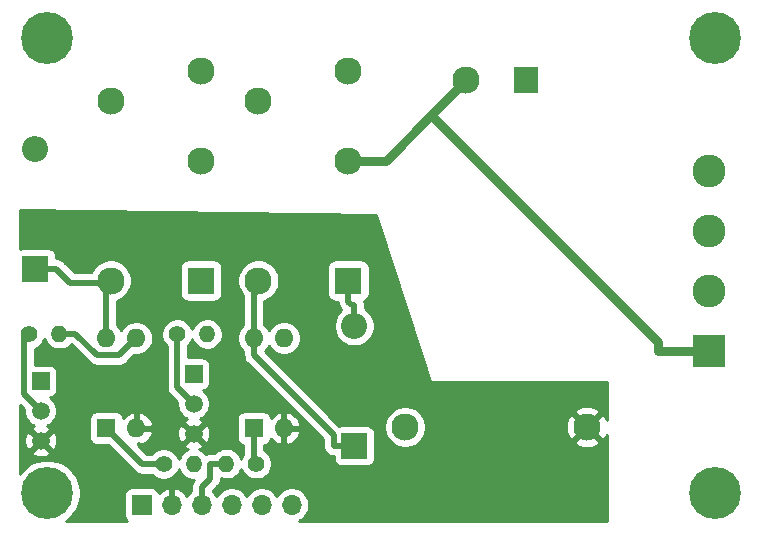
<source format=gbr>
%TF.GenerationSoftware,KiCad,Pcbnew,5.1.9+dfsg1-1*%
%TF.CreationDate,2022-04-02T16:18:38-07:00*%
%TF.ProjectId,Openhasp-Relays,4f70656e-6861-4737-902d-52656c617973,rev?*%
%TF.SameCoordinates,Original*%
%TF.FileFunction,Copper,L2,Bot*%
%TF.FilePolarity,Positive*%
%FSLAX46Y46*%
G04 Gerber Fmt 4.6, Leading zero omitted, Abs format (unit mm)*
G04 Created by KiCad (PCBNEW 5.1.9+dfsg1-1) date 2022-04-02 16:18:38*
%MOMM*%
%LPD*%
G01*
G04 APERTURE LIST*
%TA.AperFunction,ComponentPad*%
%ADD10R,1.500000X1.500000*%
%TD*%
%TA.AperFunction,ComponentPad*%
%ADD11C,1.500000*%
%TD*%
%TA.AperFunction,ComponentPad*%
%ADD12O,1.400000X1.400000*%
%TD*%
%TA.AperFunction,ComponentPad*%
%ADD13C,1.400000*%
%TD*%
%TA.AperFunction,ComponentPad*%
%ADD14O,2.200000X2.200000*%
%TD*%
%TA.AperFunction,ComponentPad*%
%ADD15R,2.200000X2.200000*%
%TD*%
%TA.AperFunction,ComponentPad*%
%ADD16O,1.700000X1.700000*%
%TD*%
%TA.AperFunction,ComponentPad*%
%ADD17R,1.700000X1.700000*%
%TD*%
%TA.AperFunction,ComponentPad*%
%ADD18C,0.700000*%
%TD*%
%TA.AperFunction,ComponentPad*%
%ADD19C,4.400000*%
%TD*%
%TA.AperFunction,ComponentPad*%
%ADD20O,1.600000X1.600000*%
%TD*%
%TA.AperFunction,ComponentPad*%
%ADD21R,1.600000X1.600000*%
%TD*%
%TA.AperFunction,ComponentPad*%
%ADD22C,2.780000*%
%TD*%
%TA.AperFunction,ComponentPad*%
%ADD23R,2.780000X2.780000*%
%TD*%
%TA.AperFunction,ComponentPad*%
%ADD24C,2.300000*%
%TD*%
%TA.AperFunction,ComponentPad*%
%ADD25R,2.000000X2.300000*%
%TD*%
%TA.AperFunction,ComponentPad*%
%ADD26R,2.300000X2.300000*%
%TD*%
%TA.AperFunction,Conductor*%
%ADD27C,0.800000*%
%TD*%
%TA.AperFunction,Conductor*%
%ADD28C,0.508000*%
%TD*%
%TA.AperFunction,Conductor*%
%ADD29C,0.254000*%
%TD*%
%TA.AperFunction,Conductor*%
%ADD30C,0.100000*%
%TD*%
G04 APERTURE END LIST*
D10*
%TO.P,Q2,1*%
%TO.N,Net-(D2-Pad2)*%
X111900000Y-116400000D03*
D11*
%TO.P,Q2,3*%
%TO.N,GND*%
X111900000Y-121480000D03*
%TO.P,Q2,2*%
%TO.N,Net-(Q2-Pad2)*%
X111900000Y-118940000D03*
%TD*%
D10*
%TO.P,Q1,1*%
%TO.N,Net-(D1-Pad2)*%
X98950000Y-117000000D03*
D11*
%TO.P,Q1,3*%
%TO.N,GND*%
X98950000Y-122080000D03*
%TO.P,Q1,2*%
%TO.N,Net-(Q1-Pad2)*%
X98950000Y-119540000D03*
%TD*%
D12*
%TO.P,R4,2*%
%TO.N,Net-(R4-Pad2)*%
X113040000Y-113050000D03*
D13*
%TO.P,R4,1*%
%TO.N,Net-(Q2-Pad2)*%
X110500000Y-113050000D03*
%TD*%
D12*
%TO.P,R3,2*%
%TO.N,Net-(R3-Pad2)*%
X100540000Y-113000000D03*
D13*
%TO.P,R3,1*%
%TO.N,Net-(Q1-Pad2)*%
X98000000Y-113000000D03*
%TD*%
D12*
%TO.P,R2,2*%
%TO.N,Net-(J2-Pad3)*%
X114660000Y-124000000D03*
D13*
%TO.P,R2,1*%
%TO.N,Net-(R2-Pad1)*%
X117200000Y-124000000D03*
%TD*%
D12*
%TO.P,R1,2*%
%TO.N,Net-(J2-Pad4)*%
X111890000Y-124050000D03*
D13*
%TO.P,R1,1*%
%TO.N,Net-(R1-Pad1)*%
X109350000Y-124050000D03*
%TD*%
D14*
%TO.P,D2,2*%
%TO.N,Net-(D2-Pad2)*%
X125500000Y-112340000D03*
D15*
%TO.P,D2,1*%
%TO.N,VPP*%
X125500000Y-122500000D03*
%TD*%
D14*
%TO.P,D1,2*%
%TO.N,Net-(D1-Pad2)*%
X98500000Y-97340000D03*
D15*
%TO.P,D1,1*%
%TO.N,VPP*%
X98500000Y-107500000D03*
%TD*%
D16*
%TO.P,J2,6*%
%TO.N,N/C*%
X120200000Y-127500000D03*
%TO.P,J2,5*%
X117660000Y-127500000D03*
%TO.P,J2,4*%
%TO.N,Net-(J2-Pad4)*%
X115120000Y-127500000D03*
%TO.P,J2,3*%
%TO.N,Net-(J2-Pad3)*%
X112580000Y-127500000D03*
%TO.P,J2,2*%
%TO.N,GND*%
X110040000Y-127500000D03*
D17*
%TO.P,J2,1*%
%TO.N,VPP*%
X107500000Y-127500000D03*
%TD*%
D18*
%TO.P,H4,1*%
%TO.N,N/C*%
X100666726Y-86833274D03*
X99500000Y-86350000D03*
X98333274Y-86833274D03*
X97850000Y-88000000D03*
X98333274Y-89166726D03*
X99500000Y-89650000D03*
X100666726Y-89166726D03*
X101150000Y-88000000D03*
D19*
X99500000Y-88000000D03*
%TD*%
D18*
%TO.P,H3,1*%
%TO.N,N/C*%
X157166726Y-86833274D03*
X156000000Y-86350000D03*
X154833274Y-86833274D03*
X154350000Y-88000000D03*
X154833274Y-89166726D03*
X156000000Y-89650000D03*
X157166726Y-89166726D03*
X157650000Y-88000000D03*
D19*
X156000000Y-88000000D03*
%TD*%
D18*
%TO.P,H2,1*%
%TO.N,N/C*%
X100666726Y-125333274D03*
X99500000Y-124850000D03*
X98333274Y-125333274D03*
X97850000Y-126500000D03*
X98333274Y-127666726D03*
X99500000Y-128150000D03*
X100666726Y-127666726D03*
X101150000Y-126500000D03*
D19*
X99500000Y-126500000D03*
%TD*%
D18*
%TO.P,H1,1*%
%TO.N,N/C*%
X157166726Y-125333274D03*
X156000000Y-124850000D03*
X154833274Y-125333274D03*
X154350000Y-126500000D03*
X154833274Y-127666726D03*
X156000000Y-128150000D03*
X157166726Y-127666726D03*
X157650000Y-126500000D03*
D19*
X156000000Y-126500000D03*
%TD*%
D20*
%TO.P,U2,4*%
%TO.N,VPP*%
X117000000Y-113380000D03*
%TO.P,U2,2*%
%TO.N,GND*%
X119540000Y-121000000D03*
%TO.P,U2,3*%
%TO.N,Net-(R4-Pad2)*%
X119540000Y-113380000D03*
D21*
%TO.P,U2,1*%
%TO.N,Net-(R2-Pad1)*%
X117000000Y-121000000D03*
%TD*%
D20*
%TO.P,U1,4*%
%TO.N,VPP*%
X104500000Y-113380000D03*
%TO.P,U1,2*%
%TO.N,GND*%
X107040000Y-121000000D03*
%TO.P,U1,3*%
%TO.N,Net-(R3-Pad2)*%
X107040000Y-113380000D03*
D21*
%TO.P,U1,1*%
%TO.N,Net-(R1-Pad1)*%
X104500000Y-121000000D03*
%TD*%
D22*
%TO.P,J1,4*%
%TO.N,Net-(J1-Pad4)*%
X155500000Y-99260000D03*
%TO.P,J1,3*%
%TO.N,Net-(J1-Pad3)*%
X155500000Y-104340000D03*
%TO.P,J1,2*%
%TO.N,Net-(J1-Pad2)*%
X155500000Y-109420000D03*
D23*
%TO.P,J1,1*%
%TO.N,Net-(J1-Pad1)*%
X155500000Y-114500000D03*
%TD*%
D24*
%TO.P,PS1,4*%
%TO.N,VPP*%
X129800000Y-120900000D03*
%TO.P,PS1,2*%
%TO.N,Net-(J1-Pad1)*%
X135000000Y-91500000D03*
D25*
%TO.P,PS1,1*%
%TO.N,Net-(J1-Pad4)*%
X140000000Y-91500000D03*
D24*
%TO.P,PS1,3*%
%TO.N,GND*%
X145200000Y-120900000D03*
%TD*%
%TO.P,K2,5*%
%TO.N,VPP*%
X117380000Y-108500000D03*
%TO.P,K2,4*%
%TO.N,N/C*%
X117380000Y-93260000D03*
%TO.P,K2,3*%
%TO.N,Net-(J1-Pad3)*%
X125000000Y-90720000D03*
%TO.P,K2,2*%
%TO.N,Net-(J1-Pad1)*%
X125000000Y-98340000D03*
D26*
%TO.P,K2,1*%
%TO.N,Net-(D2-Pad2)*%
X125000000Y-108500000D03*
%TD*%
D24*
%TO.P,K1,5*%
%TO.N,VPP*%
X104880000Y-108500000D03*
%TO.P,K1,4*%
%TO.N,N/C*%
X104880000Y-93260000D03*
%TO.P,K1,3*%
%TO.N,Net-(J1-Pad2)*%
X112500000Y-90720000D03*
%TO.P,K1,2*%
%TO.N,Net-(J1-Pad1)*%
X112500000Y-98340000D03*
D26*
%TO.P,K1,1*%
%TO.N,Net-(D1-Pad2)*%
X112500000Y-108500000D03*
%TD*%
D27*
%TO.N,Net-(J1-Pad1)*%
X132017700Y-94482300D02*
X128160000Y-98340000D01*
X128160000Y-98340000D02*
X125000000Y-98340000D01*
X135000000Y-91500000D02*
X132017700Y-94482300D01*
X151209700Y-114500000D02*
X151209700Y-113674300D01*
X151209700Y-113674300D02*
X132017700Y-94482300D01*
X155500000Y-114500000D02*
X151209700Y-114500000D01*
D28*
%TO.N,Net-(J2-Pad3)*%
X114660000Y-124000000D02*
X113305700Y-124000000D01*
X112580000Y-127500000D02*
X112580000Y-125995700D01*
X112580000Y-125995700D02*
X113305700Y-125270000D01*
X113305700Y-125270000D02*
X113305700Y-124000000D01*
%TO.N,VPP*%
X125500000Y-122500000D02*
X123745700Y-122500000D01*
X117000000Y-113380000D02*
X117000000Y-114834300D01*
X117000000Y-114834300D02*
X123745700Y-121580000D01*
X123745700Y-121580000D02*
X123745700Y-122500000D01*
X117380000Y-108500000D02*
X117000000Y-108880000D01*
X117000000Y-108880000D02*
X117000000Y-113380000D01*
X104500000Y-108690000D02*
X101444300Y-108690000D01*
X101444300Y-108690000D02*
X100254300Y-107500000D01*
X104880000Y-108500000D02*
X104690000Y-108690000D01*
X104690000Y-108690000D02*
X104500000Y-108690000D01*
X104500000Y-108690000D02*
X104500000Y-113380000D01*
X98500000Y-107500000D02*
X100254300Y-107500000D01*
%TO.N,Net-(R3-Pad2)*%
X100540000Y-113000000D02*
X101894300Y-113000000D01*
X107040000Y-113380000D02*
X105585400Y-114834600D01*
X105585400Y-114834600D02*
X103728900Y-114834600D01*
X103728900Y-114834600D02*
X101894300Y-113000000D01*
%TO.N,Net-(R1-Pad1)*%
X104500000Y-121000000D02*
X107550000Y-124050000D01*
X107550000Y-124050000D02*
X109350000Y-124050000D01*
%TO.N,Net-(R2-Pad1)*%
X117000000Y-121000000D02*
X117000000Y-123800000D01*
X117000000Y-123800000D02*
X117200000Y-124000000D01*
%TO.N,Net-(D2-Pad2)*%
X125500000Y-112340000D02*
X125500000Y-110585700D01*
X125000000Y-108500000D02*
X125000000Y-110304300D01*
X125000000Y-110304300D02*
X125281400Y-110585700D01*
X125281400Y-110585700D02*
X125500000Y-110585700D01*
%TO.N,Net-(Q1-Pad2)*%
X98000000Y-113000000D02*
X97545600Y-113454400D01*
X97545600Y-113454400D02*
X97545600Y-118135600D01*
X97545600Y-118135600D02*
X98950000Y-119540000D01*
%TO.N,Net-(Q2-Pad2)*%
X110500000Y-113050000D02*
X110495600Y-113054400D01*
X110495600Y-113054400D02*
X110495600Y-117535600D01*
X110495600Y-117535600D02*
X111900000Y-118940000D01*
%TD*%
D29*
%TO.N,GND*%
X127307330Y-102975725D02*
X131879222Y-117039264D01*
X131889202Y-117062072D01*
X131903441Y-117082495D01*
X131921390Y-117099747D01*
X131942360Y-117113167D01*
X131965546Y-117122237D01*
X132000000Y-117127000D01*
X146873000Y-117127000D01*
X146873000Y-120275162D01*
X146834594Y-120161600D01*
X146722090Y-119951118D01*
X146442349Y-119837256D01*
X145379605Y-120900000D01*
X146442349Y-121962744D01*
X146722090Y-121848882D01*
X146873000Y-121543735D01*
X146873000Y-128840000D01*
X120845445Y-128840000D01*
X120903411Y-128815990D01*
X121146632Y-128653475D01*
X121353475Y-128446632D01*
X121515990Y-128203411D01*
X121627932Y-127933158D01*
X121685000Y-127646260D01*
X121685000Y-127353740D01*
X121627932Y-127066842D01*
X121515990Y-126796589D01*
X121353475Y-126553368D01*
X121146632Y-126346525D01*
X120903411Y-126184010D01*
X120633158Y-126072068D01*
X120346260Y-126015000D01*
X120053740Y-126015000D01*
X119766842Y-126072068D01*
X119496589Y-126184010D01*
X119253368Y-126346525D01*
X119046525Y-126553368D01*
X118930000Y-126727760D01*
X118813475Y-126553368D01*
X118606632Y-126346525D01*
X118363411Y-126184010D01*
X118093158Y-126072068D01*
X117806260Y-126015000D01*
X117513740Y-126015000D01*
X117226842Y-126072068D01*
X116956589Y-126184010D01*
X116713368Y-126346525D01*
X116506525Y-126553368D01*
X116390000Y-126727760D01*
X116273475Y-126553368D01*
X116066632Y-126346525D01*
X115823411Y-126184010D01*
X115553158Y-126072068D01*
X115266260Y-126015000D01*
X114973740Y-126015000D01*
X114686842Y-126072068D01*
X114416589Y-126184010D01*
X114173368Y-126346525D01*
X113966525Y-126553368D01*
X113850000Y-126727760D01*
X113733475Y-126553368D01*
X113526632Y-126346525D01*
X113502521Y-126330414D01*
X113903442Y-125929493D01*
X113937359Y-125901659D01*
X114048453Y-125766291D01*
X114131003Y-125611851D01*
X114181836Y-125444274D01*
X114194700Y-125313667D01*
X114194700Y-125313660D01*
X114199000Y-125270000D01*
X114197361Y-125253362D01*
X114270595Y-125283696D01*
X114528514Y-125335000D01*
X114791486Y-125335000D01*
X115049405Y-125283696D01*
X115292359Y-125183061D01*
X115511013Y-125036962D01*
X115696962Y-124851013D01*
X115843061Y-124632359D01*
X115930000Y-124422470D01*
X116016939Y-124632359D01*
X116163038Y-124851013D01*
X116348987Y-125036962D01*
X116567641Y-125183061D01*
X116810595Y-125283696D01*
X117068514Y-125335000D01*
X117331486Y-125335000D01*
X117589405Y-125283696D01*
X117832359Y-125183061D01*
X118051013Y-125036962D01*
X118236962Y-124851013D01*
X118383061Y-124632359D01*
X118483696Y-124389405D01*
X118535000Y-124131486D01*
X118535000Y-123868514D01*
X118483696Y-123610595D01*
X118383061Y-123367641D01*
X118236962Y-123148987D01*
X118051013Y-122963038D01*
X117889000Y-122854785D01*
X117889000Y-122429307D01*
X117924482Y-122425812D01*
X118044180Y-122389502D01*
X118154494Y-122330537D01*
X118251185Y-122251185D01*
X118330537Y-122154494D01*
X118389502Y-122044180D01*
X118425812Y-121924482D01*
X118428231Y-121899920D01*
X118576586Y-122063519D01*
X118802580Y-122231037D01*
X119056913Y-122351246D01*
X119190961Y-122391904D01*
X119413000Y-122269915D01*
X119413000Y-121127000D01*
X119667000Y-121127000D01*
X119667000Y-122269915D01*
X119889039Y-122391904D01*
X120023087Y-122351246D01*
X120277420Y-122231037D01*
X120503414Y-122063519D01*
X120692385Y-121855131D01*
X120837070Y-121613881D01*
X120931909Y-121349040D01*
X120810624Y-121127000D01*
X119667000Y-121127000D01*
X119413000Y-121127000D01*
X119393000Y-121127000D01*
X119393000Y-120873000D01*
X119413000Y-120873000D01*
X119413000Y-119730085D01*
X119667000Y-119730085D01*
X119667000Y-120873000D01*
X120810624Y-120873000D01*
X120931909Y-120650960D01*
X120837070Y-120386119D01*
X120692385Y-120144869D01*
X120503414Y-119936481D01*
X120277420Y-119768963D01*
X120023087Y-119648754D01*
X119889039Y-119608096D01*
X119667000Y-119730085D01*
X119413000Y-119730085D01*
X119190961Y-119608096D01*
X119056913Y-119648754D01*
X118802580Y-119768963D01*
X118576586Y-119936481D01*
X118428231Y-120100080D01*
X118425812Y-120075518D01*
X118389502Y-119955820D01*
X118330537Y-119845506D01*
X118251185Y-119748815D01*
X118154494Y-119669463D01*
X118044180Y-119610498D01*
X117924482Y-119574188D01*
X117800000Y-119561928D01*
X116200000Y-119561928D01*
X116075518Y-119574188D01*
X115955820Y-119610498D01*
X115845506Y-119669463D01*
X115748815Y-119748815D01*
X115669463Y-119845506D01*
X115610498Y-119955820D01*
X115574188Y-120075518D01*
X115561928Y-120200000D01*
X115561928Y-121800000D01*
X115574188Y-121924482D01*
X115610498Y-122044180D01*
X115669463Y-122154494D01*
X115748815Y-122251185D01*
X115845506Y-122330537D01*
X115955820Y-122389502D01*
X116075518Y-122425812D01*
X116111001Y-122429307D01*
X116111001Y-123226867D01*
X116016939Y-123367641D01*
X115930000Y-123577530D01*
X115843061Y-123367641D01*
X115696962Y-123148987D01*
X115511013Y-122963038D01*
X115292359Y-122816939D01*
X115049405Y-122716304D01*
X114791486Y-122665000D01*
X114528514Y-122665000D01*
X114270595Y-122716304D01*
X114027641Y-122816939D01*
X113808987Y-122963038D01*
X113661025Y-123111000D01*
X113349367Y-123111000D01*
X113305700Y-123106699D01*
X113262033Y-123111000D01*
X113131426Y-123123864D01*
X112963849Y-123174697D01*
X112923982Y-123196007D01*
X112741013Y-123013038D01*
X112522359Y-122866939D01*
X112342899Y-122792604D01*
X112498832Y-122736277D01*
X112611863Y-122675860D01*
X112677388Y-122436993D01*
X111900000Y-121659605D01*
X111122612Y-122436993D01*
X111188137Y-122675860D01*
X111435116Y-122791760D01*
X111437635Y-122792383D01*
X111257641Y-122866939D01*
X111038987Y-123013038D01*
X110853038Y-123198987D01*
X110706939Y-123417641D01*
X110620000Y-123627530D01*
X110533061Y-123417641D01*
X110386962Y-123198987D01*
X110201013Y-123013038D01*
X109982359Y-122866939D01*
X109739405Y-122766304D01*
X109481486Y-122715000D01*
X109218514Y-122715000D01*
X108960595Y-122766304D01*
X108717641Y-122866939D01*
X108498987Y-123013038D01*
X108351025Y-123161000D01*
X107918235Y-123161000D01*
X107167002Y-122409767D01*
X107167002Y-122269916D01*
X107389039Y-122391904D01*
X107523087Y-122351246D01*
X107777420Y-122231037D01*
X108003414Y-122063519D01*
X108192385Y-121855131D01*
X108337070Y-121613881D01*
X108359053Y-121552492D01*
X110510188Y-121552492D01*
X110551035Y-121822238D01*
X110643723Y-122078832D01*
X110704140Y-122191863D01*
X110943007Y-122257388D01*
X111720395Y-121480000D01*
X112079605Y-121480000D01*
X112856993Y-122257388D01*
X113095860Y-122191863D01*
X113211760Y-121944884D01*
X113277250Y-121680040D01*
X113289812Y-121407508D01*
X113248965Y-121137762D01*
X113156277Y-120881168D01*
X113095860Y-120768137D01*
X112856993Y-120702612D01*
X112079605Y-121480000D01*
X111720395Y-121480000D01*
X110943007Y-120702612D01*
X110704140Y-120768137D01*
X110588240Y-121015116D01*
X110522750Y-121279960D01*
X110510188Y-121552492D01*
X108359053Y-121552492D01*
X108431909Y-121349040D01*
X108310624Y-121127000D01*
X107167000Y-121127000D01*
X107167000Y-121147000D01*
X106913000Y-121147000D01*
X106913000Y-121127000D01*
X106893000Y-121127000D01*
X106893000Y-120873000D01*
X106913000Y-120873000D01*
X106913000Y-119730085D01*
X107167000Y-119730085D01*
X107167000Y-120873000D01*
X108310624Y-120873000D01*
X108431909Y-120650960D01*
X108337070Y-120386119D01*
X108192385Y-120144869D01*
X108003414Y-119936481D01*
X107777420Y-119768963D01*
X107523087Y-119648754D01*
X107389039Y-119608096D01*
X107167000Y-119730085D01*
X106913000Y-119730085D01*
X106690961Y-119608096D01*
X106556913Y-119648754D01*
X106302580Y-119768963D01*
X106076586Y-119936481D01*
X105928231Y-120100080D01*
X105925812Y-120075518D01*
X105889502Y-119955820D01*
X105830537Y-119845506D01*
X105751185Y-119748815D01*
X105654494Y-119669463D01*
X105544180Y-119610498D01*
X105424482Y-119574188D01*
X105300000Y-119561928D01*
X103700000Y-119561928D01*
X103575518Y-119574188D01*
X103455820Y-119610498D01*
X103345506Y-119669463D01*
X103248815Y-119748815D01*
X103169463Y-119845506D01*
X103110498Y-119955820D01*
X103074188Y-120075518D01*
X103061928Y-120200000D01*
X103061928Y-121800000D01*
X103074188Y-121924482D01*
X103110498Y-122044180D01*
X103169463Y-122154494D01*
X103248815Y-122251185D01*
X103345506Y-122330537D01*
X103455820Y-122389502D01*
X103575518Y-122425812D01*
X103700000Y-122438072D01*
X104680837Y-122438072D01*
X106890501Y-124647736D01*
X106918341Y-124681659D01*
X107053709Y-124792753D01*
X107208149Y-124875303D01*
X107253303Y-124889000D01*
X107375724Y-124926136D01*
X107408924Y-124929406D01*
X107506333Y-124939000D01*
X107506339Y-124939000D01*
X107549999Y-124943300D01*
X107593659Y-124939000D01*
X108351025Y-124939000D01*
X108498987Y-125086962D01*
X108717641Y-125233061D01*
X108960595Y-125333696D01*
X109218514Y-125385000D01*
X109481486Y-125385000D01*
X109739405Y-125333696D01*
X109982359Y-125233061D01*
X110201013Y-125086962D01*
X110386962Y-124901013D01*
X110533061Y-124682359D01*
X110620000Y-124472470D01*
X110706939Y-124682359D01*
X110853038Y-124901013D01*
X111038987Y-125086962D01*
X111257641Y-125233061D01*
X111500595Y-125333696D01*
X111758514Y-125385000D01*
X111931141Y-125385000D01*
X111920507Y-125397958D01*
X111920505Y-125397960D01*
X111837248Y-125499409D01*
X111754698Y-125653848D01*
X111703864Y-125821426D01*
X111686700Y-125995700D01*
X111691001Y-126039369D01*
X111691001Y-126308016D01*
X111633368Y-126346525D01*
X111426525Y-126553368D01*
X111304805Y-126735534D01*
X111235178Y-126618645D01*
X111040269Y-126402412D01*
X110806920Y-126228359D01*
X110544099Y-126103175D01*
X110396890Y-126058524D01*
X110167000Y-126179845D01*
X110167000Y-127373000D01*
X110187000Y-127373000D01*
X110187000Y-127627000D01*
X110167000Y-127627000D01*
X110167000Y-127647000D01*
X109913000Y-127647000D01*
X109913000Y-127627000D01*
X109893000Y-127627000D01*
X109893000Y-127373000D01*
X109913000Y-127373000D01*
X109913000Y-126179845D01*
X109683110Y-126058524D01*
X109535901Y-126103175D01*
X109273080Y-126228359D01*
X109039731Y-126402412D01*
X108963966Y-126486466D01*
X108939502Y-126405820D01*
X108880537Y-126295506D01*
X108801185Y-126198815D01*
X108704494Y-126119463D01*
X108594180Y-126060498D01*
X108474482Y-126024188D01*
X108350000Y-126011928D01*
X106650000Y-126011928D01*
X106525518Y-126024188D01*
X106405820Y-126060498D01*
X106295506Y-126119463D01*
X106198815Y-126198815D01*
X106119463Y-126295506D01*
X106060498Y-126405820D01*
X106024188Y-126525518D01*
X106011928Y-126650000D01*
X106011928Y-128350000D01*
X106024188Y-128474482D01*
X106060498Y-128594180D01*
X106119463Y-128704494D01*
X106198815Y-128801185D01*
X106246111Y-128840000D01*
X101100807Y-128840000D01*
X101307207Y-128702088D01*
X101702088Y-128307207D01*
X102012344Y-127842876D01*
X102226052Y-127326939D01*
X102335000Y-126779223D01*
X102335000Y-126220777D01*
X102226052Y-125673061D01*
X102012344Y-125157124D01*
X101702088Y-124692793D01*
X101307207Y-124297912D01*
X100842876Y-123987656D01*
X100326939Y-123773948D01*
X99779223Y-123665000D01*
X99220777Y-123665000D01*
X98673061Y-123773948D01*
X98157124Y-123987656D01*
X97692793Y-124297912D01*
X97297912Y-124692793D01*
X97160000Y-124899193D01*
X97160000Y-123036993D01*
X98172612Y-123036993D01*
X98238137Y-123275860D01*
X98485116Y-123391760D01*
X98749960Y-123457250D01*
X99022492Y-123469812D01*
X99292238Y-123428965D01*
X99548832Y-123336277D01*
X99661863Y-123275860D01*
X99727388Y-123036993D01*
X98950000Y-122259605D01*
X98172612Y-123036993D01*
X97160000Y-123036993D01*
X97160000Y-122152492D01*
X97560188Y-122152492D01*
X97601035Y-122422238D01*
X97693723Y-122678832D01*
X97754140Y-122791863D01*
X97993007Y-122857388D01*
X98770395Y-122080000D01*
X99129605Y-122080000D01*
X99906993Y-122857388D01*
X100145860Y-122791863D01*
X100261760Y-122544884D01*
X100327250Y-122280040D01*
X100339812Y-122007508D01*
X100298965Y-121737762D01*
X100206277Y-121481168D01*
X100145860Y-121368137D01*
X99906993Y-121302612D01*
X99129605Y-122080000D01*
X98770395Y-122080000D01*
X97993007Y-121302612D01*
X97754140Y-121368137D01*
X97638240Y-121615116D01*
X97572750Y-121879960D01*
X97560188Y-122152492D01*
X97160000Y-122152492D01*
X97160000Y-119007235D01*
X97565000Y-119412235D01*
X97565000Y-119676411D01*
X97618225Y-119943989D01*
X97722629Y-120196043D01*
X97874201Y-120422886D01*
X98067114Y-120615799D01*
X98293957Y-120767371D01*
X98393279Y-120808511D01*
X98351168Y-120823723D01*
X98238137Y-120884140D01*
X98172612Y-121123007D01*
X98950000Y-121900395D01*
X99727388Y-121123007D01*
X99661863Y-120884140D01*
X99503523Y-120809836D01*
X99606043Y-120767371D01*
X99832886Y-120615799D01*
X100025799Y-120422886D01*
X100177371Y-120196043D01*
X100281775Y-119943989D01*
X100335000Y-119676411D01*
X100335000Y-119403589D01*
X100281775Y-119136011D01*
X100177371Y-118883957D01*
X100025799Y-118657114D01*
X99832886Y-118464201D01*
X99716517Y-118386445D01*
X99824482Y-118375812D01*
X99944180Y-118339502D01*
X100054494Y-118280537D01*
X100151185Y-118201185D01*
X100230537Y-118104494D01*
X100289502Y-117994180D01*
X100325812Y-117874482D01*
X100338072Y-117750000D01*
X100338072Y-116250000D01*
X100325812Y-116125518D01*
X100289502Y-116005820D01*
X100230537Y-115895506D01*
X100151185Y-115798815D01*
X100054494Y-115719463D01*
X99944180Y-115660498D01*
X99824482Y-115624188D01*
X99700000Y-115611928D01*
X98434600Y-115611928D01*
X98434600Y-114264976D01*
X98632359Y-114183061D01*
X98851013Y-114036962D01*
X99036962Y-113851013D01*
X99183061Y-113632359D01*
X99270000Y-113422470D01*
X99356939Y-113632359D01*
X99503038Y-113851013D01*
X99688987Y-114036962D01*
X99907641Y-114183061D01*
X100150595Y-114283696D01*
X100408514Y-114335000D01*
X100671486Y-114335000D01*
X100929405Y-114283696D01*
X101172359Y-114183061D01*
X101391013Y-114036962D01*
X101532520Y-113895455D01*
X103069406Y-115432342D01*
X103097241Y-115466259D01*
X103232609Y-115577353D01*
X103387049Y-115659903D01*
X103452958Y-115679896D01*
X103554624Y-115710736D01*
X103587824Y-115714006D01*
X103685233Y-115723600D01*
X103685239Y-115723600D01*
X103728899Y-115727900D01*
X103772559Y-115723600D01*
X105541740Y-115723600D01*
X105585400Y-115727900D01*
X105629060Y-115723600D01*
X105629067Y-115723600D01*
X105759674Y-115710736D01*
X105927251Y-115659903D01*
X106081691Y-115577353D01*
X106217059Y-115466259D01*
X106244899Y-115432336D01*
X106868280Y-114808956D01*
X106898665Y-114815000D01*
X107181335Y-114815000D01*
X107458574Y-114759853D01*
X107719727Y-114651680D01*
X107954759Y-114494637D01*
X108154637Y-114294759D01*
X108311680Y-114059727D01*
X108419853Y-113798574D01*
X108475000Y-113521335D01*
X108475000Y-113238665D01*
X108419853Y-112961426D01*
X108402079Y-112918514D01*
X109165000Y-112918514D01*
X109165000Y-113181486D01*
X109216304Y-113439405D01*
X109316939Y-113682359D01*
X109463038Y-113901013D01*
X109606600Y-114044575D01*
X109606601Y-117491930D01*
X109602300Y-117535600D01*
X109619464Y-117709874D01*
X109670298Y-117877452D01*
X109715130Y-117961326D01*
X109752848Y-118031891D01*
X109863942Y-118167259D01*
X109897859Y-118195094D01*
X110515000Y-118812235D01*
X110515000Y-119076411D01*
X110568225Y-119343989D01*
X110672629Y-119596043D01*
X110824201Y-119822886D01*
X111017114Y-120015799D01*
X111243957Y-120167371D01*
X111343279Y-120208511D01*
X111301168Y-120223723D01*
X111188137Y-120284140D01*
X111122612Y-120523007D01*
X111900000Y-121300395D01*
X112677388Y-120523007D01*
X112611863Y-120284140D01*
X112453523Y-120209836D01*
X112556043Y-120167371D01*
X112782886Y-120015799D01*
X112975799Y-119822886D01*
X113127371Y-119596043D01*
X113231775Y-119343989D01*
X113285000Y-119076411D01*
X113285000Y-118803589D01*
X113231775Y-118536011D01*
X113127371Y-118283957D01*
X112975799Y-118057114D01*
X112782886Y-117864201D01*
X112666517Y-117786445D01*
X112774482Y-117775812D01*
X112894180Y-117739502D01*
X113004494Y-117680537D01*
X113101185Y-117601185D01*
X113180537Y-117504494D01*
X113239502Y-117394180D01*
X113275812Y-117274482D01*
X113288072Y-117150000D01*
X113288072Y-115650000D01*
X113275812Y-115525518D01*
X113239502Y-115405820D01*
X113180537Y-115295506D01*
X113101185Y-115198815D01*
X113004494Y-115119463D01*
X112894180Y-115060498D01*
X112774482Y-115024188D01*
X112650000Y-115011928D01*
X111384600Y-115011928D01*
X111384600Y-114053375D01*
X111536962Y-113901013D01*
X111683061Y-113682359D01*
X111770000Y-113472470D01*
X111856939Y-113682359D01*
X112003038Y-113901013D01*
X112188987Y-114086962D01*
X112407641Y-114233061D01*
X112650595Y-114333696D01*
X112908514Y-114385000D01*
X113171486Y-114385000D01*
X113429405Y-114333696D01*
X113672359Y-114233061D01*
X113891013Y-114086962D01*
X114076962Y-113901013D01*
X114223061Y-113682359D01*
X114323696Y-113439405D01*
X114363626Y-113238665D01*
X115565000Y-113238665D01*
X115565000Y-113521335D01*
X115620147Y-113798574D01*
X115728320Y-114059727D01*
X115885363Y-114294759D01*
X116085241Y-114494637D01*
X116111001Y-114511849D01*
X116111001Y-114790631D01*
X116106700Y-114834300D01*
X116123864Y-115008574D01*
X116174698Y-115176152D01*
X116186812Y-115198815D01*
X116257248Y-115330591D01*
X116368342Y-115465959D01*
X116402259Y-115493794D01*
X122856700Y-121948235D01*
X122856701Y-122456323D01*
X122852399Y-122500000D01*
X122869564Y-122674274D01*
X122920397Y-122841851D01*
X123002947Y-122996291D01*
X123114041Y-123131659D01*
X123249409Y-123242753D01*
X123403849Y-123325303D01*
X123571426Y-123376136D01*
X123702033Y-123389000D01*
X123745700Y-123393301D01*
X123761928Y-123391703D01*
X123761928Y-123600000D01*
X123774188Y-123724482D01*
X123810498Y-123844180D01*
X123869463Y-123954494D01*
X123948815Y-124051185D01*
X124045506Y-124130537D01*
X124155820Y-124189502D01*
X124275518Y-124225812D01*
X124400000Y-124238072D01*
X126600000Y-124238072D01*
X126724482Y-124225812D01*
X126844180Y-124189502D01*
X126954494Y-124130537D01*
X127051185Y-124051185D01*
X127130537Y-123954494D01*
X127189502Y-123844180D01*
X127225812Y-123724482D01*
X127238072Y-123600000D01*
X127238072Y-121400000D01*
X127225812Y-121275518D01*
X127189502Y-121155820D01*
X127130537Y-121045506D01*
X127051185Y-120948815D01*
X126954494Y-120869463D01*
X126844180Y-120810498D01*
X126724482Y-120774188D01*
X126600000Y-120761928D01*
X124400000Y-120761928D01*
X124275518Y-120774188D01*
X124215369Y-120792434D01*
X124147128Y-120724193D01*
X128015000Y-120724193D01*
X128015000Y-121075807D01*
X128083596Y-121420665D01*
X128218153Y-121745515D01*
X128413500Y-122037871D01*
X128662129Y-122286500D01*
X128954485Y-122481847D01*
X129279335Y-122616404D01*
X129624193Y-122685000D01*
X129975807Y-122685000D01*
X130320665Y-122616404D01*
X130645515Y-122481847D01*
X130937871Y-122286500D01*
X131082022Y-122142349D01*
X144137256Y-122142349D01*
X144251118Y-122422090D01*
X144566296Y-122577961D01*
X144905826Y-122669349D01*
X145256661Y-122692741D01*
X145605319Y-122647240D01*
X145938400Y-122534594D01*
X146148882Y-122422090D01*
X146262744Y-122142349D01*
X145200000Y-121079605D01*
X144137256Y-122142349D01*
X131082022Y-122142349D01*
X131186500Y-122037871D01*
X131381847Y-121745515D01*
X131516404Y-121420665D01*
X131585000Y-121075807D01*
X131585000Y-120956661D01*
X143407259Y-120956661D01*
X143452760Y-121305319D01*
X143565406Y-121638400D01*
X143677910Y-121848882D01*
X143957651Y-121962744D01*
X145020395Y-120900000D01*
X143957651Y-119837256D01*
X143677910Y-119951118D01*
X143522039Y-120266296D01*
X143430651Y-120605826D01*
X143407259Y-120956661D01*
X131585000Y-120956661D01*
X131585000Y-120724193D01*
X131516404Y-120379335D01*
X131381847Y-120054485D01*
X131186500Y-119762129D01*
X131082022Y-119657651D01*
X144137256Y-119657651D01*
X145200000Y-120720395D01*
X146262744Y-119657651D01*
X146148882Y-119377910D01*
X145833704Y-119222039D01*
X145494174Y-119130651D01*
X145143339Y-119107259D01*
X144794681Y-119152760D01*
X144461600Y-119265406D01*
X144251118Y-119377910D01*
X144137256Y-119657651D01*
X131082022Y-119657651D01*
X130937871Y-119513500D01*
X130645515Y-119318153D01*
X130320665Y-119183596D01*
X129975807Y-119115000D01*
X129624193Y-119115000D01*
X129279335Y-119183596D01*
X128954485Y-119318153D01*
X128662129Y-119513500D01*
X128413500Y-119762129D01*
X128218153Y-120054485D01*
X128083596Y-120379335D01*
X128015000Y-120724193D01*
X124147128Y-120724193D01*
X117916166Y-114493231D01*
X118114637Y-114294759D01*
X118270000Y-114062241D01*
X118425363Y-114294759D01*
X118625241Y-114494637D01*
X118860273Y-114651680D01*
X119121426Y-114759853D01*
X119398665Y-114815000D01*
X119681335Y-114815000D01*
X119958574Y-114759853D01*
X120219727Y-114651680D01*
X120454759Y-114494637D01*
X120654637Y-114294759D01*
X120811680Y-114059727D01*
X120919853Y-113798574D01*
X120975000Y-113521335D01*
X120975000Y-113238665D01*
X120919853Y-112961426D01*
X120811680Y-112700273D01*
X120654637Y-112465241D01*
X120454759Y-112265363D01*
X120219727Y-112108320D01*
X119958574Y-112000147D01*
X119681335Y-111945000D01*
X119398665Y-111945000D01*
X119121426Y-112000147D01*
X118860273Y-112108320D01*
X118625241Y-112265363D01*
X118425363Y-112465241D01*
X118270000Y-112697759D01*
X118114637Y-112465241D01*
X117914759Y-112265363D01*
X117889000Y-112248151D01*
X117889000Y-110218724D01*
X117900665Y-110216404D01*
X118225515Y-110081847D01*
X118517871Y-109886500D01*
X118766500Y-109637871D01*
X118961847Y-109345515D01*
X119096404Y-109020665D01*
X119165000Y-108675807D01*
X119165000Y-108324193D01*
X119096404Y-107979335D01*
X118961847Y-107654485D01*
X118766500Y-107362129D01*
X118754371Y-107350000D01*
X123211928Y-107350000D01*
X123211928Y-109650000D01*
X123224188Y-109774482D01*
X123260498Y-109894180D01*
X123319463Y-110004494D01*
X123398815Y-110101185D01*
X123495506Y-110180537D01*
X123605820Y-110239502D01*
X123725518Y-110275812D01*
X123850000Y-110288072D01*
X124108298Y-110288072D01*
X124106700Y-110304300D01*
X124123864Y-110478574D01*
X124174698Y-110646152D01*
X124235538Y-110759974D01*
X124257248Y-110800591D01*
X124368342Y-110935959D01*
X124402259Y-110963794D01*
X124416062Y-110977597D01*
X124394002Y-110992337D01*
X124152337Y-111234002D01*
X123962463Y-111518169D01*
X123831675Y-111833919D01*
X123765000Y-112169117D01*
X123765000Y-112510883D01*
X123831675Y-112846081D01*
X123962463Y-113161831D01*
X124152337Y-113445998D01*
X124394002Y-113687663D01*
X124678169Y-113877537D01*
X124993919Y-114008325D01*
X125329117Y-114075000D01*
X125670883Y-114075000D01*
X126006081Y-114008325D01*
X126321831Y-113877537D01*
X126605998Y-113687663D01*
X126847663Y-113445998D01*
X127037537Y-113161831D01*
X127168325Y-112846081D01*
X127235000Y-112510883D01*
X127235000Y-112169117D01*
X127168325Y-111833919D01*
X127037537Y-111518169D01*
X126847663Y-111234002D01*
X126605998Y-110992337D01*
X126389000Y-110847344D01*
X126389000Y-110629367D01*
X126393301Y-110585700D01*
X126376136Y-110411426D01*
X126329899Y-110259001D01*
X126394180Y-110239502D01*
X126504494Y-110180537D01*
X126601185Y-110101185D01*
X126680537Y-110004494D01*
X126739502Y-109894180D01*
X126775812Y-109774482D01*
X126788072Y-109650000D01*
X126788072Y-107350000D01*
X126775812Y-107225518D01*
X126739502Y-107105820D01*
X126680537Y-106995506D01*
X126601185Y-106898815D01*
X126504494Y-106819463D01*
X126394180Y-106760498D01*
X126274482Y-106724188D01*
X126150000Y-106711928D01*
X123850000Y-106711928D01*
X123725518Y-106724188D01*
X123605820Y-106760498D01*
X123495506Y-106819463D01*
X123398815Y-106898815D01*
X123319463Y-106995506D01*
X123260498Y-107105820D01*
X123224188Y-107225518D01*
X123211928Y-107350000D01*
X118754371Y-107350000D01*
X118517871Y-107113500D01*
X118225515Y-106918153D01*
X117900665Y-106783596D01*
X117555807Y-106715000D01*
X117204193Y-106715000D01*
X116859335Y-106783596D01*
X116534485Y-106918153D01*
X116242129Y-107113500D01*
X115993500Y-107362129D01*
X115798153Y-107654485D01*
X115663596Y-107979335D01*
X115595000Y-108324193D01*
X115595000Y-108675807D01*
X115663596Y-109020665D01*
X115798153Y-109345515D01*
X115993500Y-109637871D01*
X116111000Y-109755371D01*
X116111001Y-112248151D01*
X116085241Y-112265363D01*
X115885363Y-112465241D01*
X115728320Y-112700273D01*
X115620147Y-112961426D01*
X115565000Y-113238665D01*
X114363626Y-113238665D01*
X114375000Y-113181486D01*
X114375000Y-112918514D01*
X114323696Y-112660595D01*
X114223061Y-112417641D01*
X114076962Y-112198987D01*
X113891013Y-112013038D01*
X113672359Y-111866939D01*
X113429405Y-111766304D01*
X113171486Y-111715000D01*
X112908514Y-111715000D01*
X112650595Y-111766304D01*
X112407641Y-111866939D01*
X112188987Y-112013038D01*
X112003038Y-112198987D01*
X111856939Y-112417641D01*
X111770000Y-112627530D01*
X111683061Y-112417641D01*
X111536962Y-112198987D01*
X111351013Y-112013038D01*
X111132359Y-111866939D01*
X110889405Y-111766304D01*
X110631486Y-111715000D01*
X110368514Y-111715000D01*
X110110595Y-111766304D01*
X109867641Y-111866939D01*
X109648987Y-112013038D01*
X109463038Y-112198987D01*
X109316939Y-112417641D01*
X109216304Y-112660595D01*
X109165000Y-112918514D01*
X108402079Y-112918514D01*
X108311680Y-112700273D01*
X108154637Y-112465241D01*
X107954759Y-112265363D01*
X107719727Y-112108320D01*
X107458574Y-112000147D01*
X107181335Y-111945000D01*
X106898665Y-111945000D01*
X106621426Y-112000147D01*
X106360273Y-112108320D01*
X106125241Y-112265363D01*
X105925363Y-112465241D01*
X105770000Y-112697759D01*
X105614637Y-112465241D01*
X105414759Y-112265363D01*
X105389000Y-112248151D01*
X105389000Y-110218724D01*
X105400665Y-110216404D01*
X105725515Y-110081847D01*
X106017871Y-109886500D01*
X106266500Y-109637871D01*
X106461847Y-109345515D01*
X106596404Y-109020665D01*
X106665000Y-108675807D01*
X106665000Y-108324193D01*
X106596404Y-107979335D01*
X106461847Y-107654485D01*
X106266500Y-107362129D01*
X106254371Y-107350000D01*
X110711928Y-107350000D01*
X110711928Y-109650000D01*
X110724188Y-109774482D01*
X110760498Y-109894180D01*
X110819463Y-110004494D01*
X110898815Y-110101185D01*
X110995506Y-110180537D01*
X111105820Y-110239502D01*
X111225518Y-110275812D01*
X111350000Y-110288072D01*
X113650000Y-110288072D01*
X113774482Y-110275812D01*
X113894180Y-110239502D01*
X114004494Y-110180537D01*
X114101185Y-110101185D01*
X114180537Y-110004494D01*
X114239502Y-109894180D01*
X114275812Y-109774482D01*
X114288072Y-109650000D01*
X114288072Y-107350000D01*
X114275812Y-107225518D01*
X114239502Y-107105820D01*
X114180537Y-106995506D01*
X114101185Y-106898815D01*
X114004494Y-106819463D01*
X113894180Y-106760498D01*
X113774482Y-106724188D01*
X113650000Y-106711928D01*
X111350000Y-106711928D01*
X111225518Y-106724188D01*
X111105820Y-106760498D01*
X110995506Y-106819463D01*
X110898815Y-106898815D01*
X110819463Y-106995506D01*
X110760498Y-107105820D01*
X110724188Y-107225518D01*
X110711928Y-107350000D01*
X106254371Y-107350000D01*
X106017871Y-107113500D01*
X105725515Y-106918153D01*
X105400665Y-106783596D01*
X105055807Y-106715000D01*
X104704193Y-106715000D01*
X104359335Y-106783596D01*
X104034485Y-106918153D01*
X103742129Y-107113500D01*
X103493500Y-107362129D01*
X103298153Y-107654485D01*
X103237465Y-107801000D01*
X101812536Y-107801000D01*
X100913799Y-106902264D01*
X100885959Y-106868341D01*
X100750591Y-106757247D01*
X100596151Y-106674697D01*
X100428574Y-106623864D01*
X100297967Y-106611000D01*
X100297960Y-106611000D01*
X100254300Y-106606700D01*
X100238072Y-106608298D01*
X100238072Y-106400000D01*
X100225812Y-106275518D01*
X100189502Y-106155820D01*
X100130537Y-106045506D01*
X100051185Y-105948815D01*
X99954494Y-105869463D01*
X99844180Y-105810498D01*
X99724482Y-105774188D01*
X99600000Y-105761928D01*
X97400000Y-105761928D01*
X97275518Y-105774188D01*
X97160000Y-105809230D01*
X97160000Y-102557012D01*
X127307330Y-102975725D01*
%TA.AperFunction,Conductor*%
D30*
G36*
X127307330Y-102975725D02*
G01*
X131879222Y-117039264D01*
X131889202Y-117062072D01*
X131903441Y-117082495D01*
X131921390Y-117099747D01*
X131942360Y-117113167D01*
X131965546Y-117122237D01*
X132000000Y-117127000D01*
X146873000Y-117127000D01*
X146873000Y-120275162D01*
X146834594Y-120161600D01*
X146722090Y-119951118D01*
X146442349Y-119837256D01*
X145379605Y-120900000D01*
X146442349Y-121962744D01*
X146722090Y-121848882D01*
X146873000Y-121543735D01*
X146873000Y-128840000D01*
X120845445Y-128840000D01*
X120903411Y-128815990D01*
X121146632Y-128653475D01*
X121353475Y-128446632D01*
X121515990Y-128203411D01*
X121627932Y-127933158D01*
X121685000Y-127646260D01*
X121685000Y-127353740D01*
X121627932Y-127066842D01*
X121515990Y-126796589D01*
X121353475Y-126553368D01*
X121146632Y-126346525D01*
X120903411Y-126184010D01*
X120633158Y-126072068D01*
X120346260Y-126015000D01*
X120053740Y-126015000D01*
X119766842Y-126072068D01*
X119496589Y-126184010D01*
X119253368Y-126346525D01*
X119046525Y-126553368D01*
X118930000Y-126727760D01*
X118813475Y-126553368D01*
X118606632Y-126346525D01*
X118363411Y-126184010D01*
X118093158Y-126072068D01*
X117806260Y-126015000D01*
X117513740Y-126015000D01*
X117226842Y-126072068D01*
X116956589Y-126184010D01*
X116713368Y-126346525D01*
X116506525Y-126553368D01*
X116390000Y-126727760D01*
X116273475Y-126553368D01*
X116066632Y-126346525D01*
X115823411Y-126184010D01*
X115553158Y-126072068D01*
X115266260Y-126015000D01*
X114973740Y-126015000D01*
X114686842Y-126072068D01*
X114416589Y-126184010D01*
X114173368Y-126346525D01*
X113966525Y-126553368D01*
X113850000Y-126727760D01*
X113733475Y-126553368D01*
X113526632Y-126346525D01*
X113502521Y-126330414D01*
X113903442Y-125929493D01*
X113937359Y-125901659D01*
X114048453Y-125766291D01*
X114131003Y-125611851D01*
X114181836Y-125444274D01*
X114194700Y-125313667D01*
X114194700Y-125313660D01*
X114199000Y-125270000D01*
X114197361Y-125253362D01*
X114270595Y-125283696D01*
X114528514Y-125335000D01*
X114791486Y-125335000D01*
X115049405Y-125283696D01*
X115292359Y-125183061D01*
X115511013Y-125036962D01*
X115696962Y-124851013D01*
X115843061Y-124632359D01*
X115930000Y-124422470D01*
X116016939Y-124632359D01*
X116163038Y-124851013D01*
X116348987Y-125036962D01*
X116567641Y-125183061D01*
X116810595Y-125283696D01*
X117068514Y-125335000D01*
X117331486Y-125335000D01*
X117589405Y-125283696D01*
X117832359Y-125183061D01*
X118051013Y-125036962D01*
X118236962Y-124851013D01*
X118383061Y-124632359D01*
X118483696Y-124389405D01*
X118535000Y-124131486D01*
X118535000Y-123868514D01*
X118483696Y-123610595D01*
X118383061Y-123367641D01*
X118236962Y-123148987D01*
X118051013Y-122963038D01*
X117889000Y-122854785D01*
X117889000Y-122429307D01*
X117924482Y-122425812D01*
X118044180Y-122389502D01*
X118154494Y-122330537D01*
X118251185Y-122251185D01*
X118330537Y-122154494D01*
X118389502Y-122044180D01*
X118425812Y-121924482D01*
X118428231Y-121899920D01*
X118576586Y-122063519D01*
X118802580Y-122231037D01*
X119056913Y-122351246D01*
X119190961Y-122391904D01*
X119413000Y-122269915D01*
X119413000Y-121127000D01*
X119667000Y-121127000D01*
X119667000Y-122269915D01*
X119889039Y-122391904D01*
X120023087Y-122351246D01*
X120277420Y-122231037D01*
X120503414Y-122063519D01*
X120692385Y-121855131D01*
X120837070Y-121613881D01*
X120931909Y-121349040D01*
X120810624Y-121127000D01*
X119667000Y-121127000D01*
X119413000Y-121127000D01*
X119393000Y-121127000D01*
X119393000Y-120873000D01*
X119413000Y-120873000D01*
X119413000Y-119730085D01*
X119667000Y-119730085D01*
X119667000Y-120873000D01*
X120810624Y-120873000D01*
X120931909Y-120650960D01*
X120837070Y-120386119D01*
X120692385Y-120144869D01*
X120503414Y-119936481D01*
X120277420Y-119768963D01*
X120023087Y-119648754D01*
X119889039Y-119608096D01*
X119667000Y-119730085D01*
X119413000Y-119730085D01*
X119190961Y-119608096D01*
X119056913Y-119648754D01*
X118802580Y-119768963D01*
X118576586Y-119936481D01*
X118428231Y-120100080D01*
X118425812Y-120075518D01*
X118389502Y-119955820D01*
X118330537Y-119845506D01*
X118251185Y-119748815D01*
X118154494Y-119669463D01*
X118044180Y-119610498D01*
X117924482Y-119574188D01*
X117800000Y-119561928D01*
X116200000Y-119561928D01*
X116075518Y-119574188D01*
X115955820Y-119610498D01*
X115845506Y-119669463D01*
X115748815Y-119748815D01*
X115669463Y-119845506D01*
X115610498Y-119955820D01*
X115574188Y-120075518D01*
X115561928Y-120200000D01*
X115561928Y-121800000D01*
X115574188Y-121924482D01*
X115610498Y-122044180D01*
X115669463Y-122154494D01*
X115748815Y-122251185D01*
X115845506Y-122330537D01*
X115955820Y-122389502D01*
X116075518Y-122425812D01*
X116111001Y-122429307D01*
X116111001Y-123226867D01*
X116016939Y-123367641D01*
X115930000Y-123577530D01*
X115843061Y-123367641D01*
X115696962Y-123148987D01*
X115511013Y-122963038D01*
X115292359Y-122816939D01*
X115049405Y-122716304D01*
X114791486Y-122665000D01*
X114528514Y-122665000D01*
X114270595Y-122716304D01*
X114027641Y-122816939D01*
X113808987Y-122963038D01*
X113661025Y-123111000D01*
X113349367Y-123111000D01*
X113305700Y-123106699D01*
X113262033Y-123111000D01*
X113131426Y-123123864D01*
X112963849Y-123174697D01*
X112923982Y-123196007D01*
X112741013Y-123013038D01*
X112522359Y-122866939D01*
X112342899Y-122792604D01*
X112498832Y-122736277D01*
X112611863Y-122675860D01*
X112677388Y-122436993D01*
X111900000Y-121659605D01*
X111122612Y-122436993D01*
X111188137Y-122675860D01*
X111435116Y-122791760D01*
X111437635Y-122792383D01*
X111257641Y-122866939D01*
X111038987Y-123013038D01*
X110853038Y-123198987D01*
X110706939Y-123417641D01*
X110620000Y-123627530D01*
X110533061Y-123417641D01*
X110386962Y-123198987D01*
X110201013Y-123013038D01*
X109982359Y-122866939D01*
X109739405Y-122766304D01*
X109481486Y-122715000D01*
X109218514Y-122715000D01*
X108960595Y-122766304D01*
X108717641Y-122866939D01*
X108498987Y-123013038D01*
X108351025Y-123161000D01*
X107918235Y-123161000D01*
X107167002Y-122409767D01*
X107167002Y-122269916D01*
X107389039Y-122391904D01*
X107523087Y-122351246D01*
X107777420Y-122231037D01*
X108003414Y-122063519D01*
X108192385Y-121855131D01*
X108337070Y-121613881D01*
X108359053Y-121552492D01*
X110510188Y-121552492D01*
X110551035Y-121822238D01*
X110643723Y-122078832D01*
X110704140Y-122191863D01*
X110943007Y-122257388D01*
X111720395Y-121480000D01*
X112079605Y-121480000D01*
X112856993Y-122257388D01*
X113095860Y-122191863D01*
X113211760Y-121944884D01*
X113277250Y-121680040D01*
X113289812Y-121407508D01*
X113248965Y-121137762D01*
X113156277Y-120881168D01*
X113095860Y-120768137D01*
X112856993Y-120702612D01*
X112079605Y-121480000D01*
X111720395Y-121480000D01*
X110943007Y-120702612D01*
X110704140Y-120768137D01*
X110588240Y-121015116D01*
X110522750Y-121279960D01*
X110510188Y-121552492D01*
X108359053Y-121552492D01*
X108431909Y-121349040D01*
X108310624Y-121127000D01*
X107167000Y-121127000D01*
X107167000Y-121147000D01*
X106913000Y-121147000D01*
X106913000Y-121127000D01*
X106893000Y-121127000D01*
X106893000Y-120873000D01*
X106913000Y-120873000D01*
X106913000Y-119730085D01*
X107167000Y-119730085D01*
X107167000Y-120873000D01*
X108310624Y-120873000D01*
X108431909Y-120650960D01*
X108337070Y-120386119D01*
X108192385Y-120144869D01*
X108003414Y-119936481D01*
X107777420Y-119768963D01*
X107523087Y-119648754D01*
X107389039Y-119608096D01*
X107167000Y-119730085D01*
X106913000Y-119730085D01*
X106690961Y-119608096D01*
X106556913Y-119648754D01*
X106302580Y-119768963D01*
X106076586Y-119936481D01*
X105928231Y-120100080D01*
X105925812Y-120075518D01*
X105889502Y-119955820D01*
X105830537Y-119845506D01*
X105751185Y-119748815D01*
X105654494Y-119669463D01*
X105544180Y-119610498D01*
X105424482Y-119574188D01*
X105300000Y-119561928D01*
X103700000Y-119561928D01*
X103575518Y-119574188D01*
X103455820Y-119610498D01*
X103345506Y-119669463D01*
X103248815Y-119748815D01*
X103169463Y-119845506D01*
X103110498Y-119955820D01*
X103074188Y-120075518D01*
X103061928Y-120200000D01*
X103061928Y-121800000D01*
X103074188Y-121924482D01*
X103110498Y-122044180D01*
X103169463Y-122154494D01*
X103248815Y-122251185D01*
X103345506Y-122330537D01*
X103455820Y-122389502D01*
X103575518Y-122425812D01*
X103700000Y-122438072D01*
X104680837Y-122438072D01*
X106890501Y-124647736D01*
X106918341Y-124681659D01*
X107053709Y-124792753D01*
X107208149Y-124875303D01*
X107253303Y-124889000D01*
X107375724Y-124926136D01*
X107408924Y-124929406D01*
X107506333Y-124939000D01*
X107506339Y-124939000D01*
X107549999Y-124943300D01*
X107593659Y-124939000D01*
X108351025Y-124939000D01*
X108498987Y-125086962D01*
X108717641Y-125233061D01*
X108960595Y-125333696D01*
X109218514Y-125385000D01*
X109481486Y-125385000D01*
X109739405Y-125333696D01*
X109982359Y-125233061D01*
X110201013Y-125086962D01*
X110386962Y-124901013D01*
X110533061Y-124682359D01*
X110620000Y-124472470D01*
X110706939Y-124682359D01*
X110853038Y-124901013D01*
X111038987Y-125086962D01*
X111257641Y-125233061D01*
X111500595Y-125333696D01*
X111758514Y-125385000D01*
X111931141Y-125385000D01*
X111920507Y-125397958D01*
X111920505Y-125397960D01*
X111837248Y-125499409D01*
X111754698Y-125653848D01*
X111703864Y-125821426D01*
X111686700Y-125995700D01*
X111691001Y-126039369D01*
X111691001Y-126308016D01*
X111633368Y-126346525D01*
X111426525Y-126553368D01*
X111304805Y-126735534D01*
X111235178Y-126618645D01*
X111040269Y-126402412D01*
X110806920Y-126228359D01*
X110544099Y-126103175D01*
X110396890Y-126058524D01*
X110167000Y-126179845D01*
X110167000Y-127373000D01*
X110187000Y-127373000D01*
X110187000Y-127627000D01*
X110167000Y-127627000D01*
X110167000Y-127647000D01*
X109913000Y-127647000D01*
X109913000Y-127627000D01*
X109893000Y-127627000D01*
X109893000Y-127373000D01*
X109913000Y-127373000D01*
X109913000Y-126179845D01*
X109683110Y-126058524D01*
X109535901Y-126103175D01*
X109273080Y-126228359D01*
X109039731Y-126402412D01*
X108963966Y-126486466D01*
X108939502Y-126405820D01*
X108880537Y-126295506D01*
X108801185Y-126198815D01*
X108704494Y-126119463D01*
X108594180Y-126060498D01*
X108474482Y-126024188D01*
X108350000Y-126011928D01*
X106650000Y-126011928D01*
X106525518Y-126024188D01*
X106405820Y-126060498D01*
X106295506Y-126119463D01*
X106198815Y-126198815D01*
X106119463Y-126295506D01*
X106060498Y-126405820D01*
X106024188Y-126525518D01*
X106011928Y-126650000D01*
X106011928Y-128350000D01*
X106024188Y-128474482D01*
X106060498Y-128594180D01*
X106119463Y-128704494D01*
X106198815Y-128801185D01*
X106246111Y-128840000D01*
X101100807Y-128840000D01*
X101307207Y-128702088D01*
X101702088Y-128307207D01*
X102012344Y-127842876D01*
X102226052Y-127326939D01*
X102335000Y-126779223D01*
X102335000Y-126220777D01*
X102226052Y-125673061D01*
X102012344Y-125157124D01*
X101702088Y-124692793D01*
X101307207Y-124297912D01*
X100842876Y-123987656D01*
X100326939Y-123773948D01*
X99779223Y-123665000D01*
X99220777Y-123665000D01*
X98673061Y-123773948D01*
X98157124Y-123987656D01*
X97692793Y-124297912D01*
X97297912Y-124692793D01*
X97160000Y-124899193D01*
X97160000Y-123036993D01*
X98172612Y-123036993D01*
X98238137Y-123275860D01*
X98485116Y-123391760D01*
X98749960Y-123457250D01*
X99022492Y-123469812D01*
X99292238Y-123428965D01*
X99548832Y-123336277D01*
X99661863Y-123275860D01*
X99727388Y-123036993D01*
X98950000Y-122259605D01*
X98172612Y-123036993D01*
X97160000Y-123036993D01*
X97160000Y-122152492D01*
X97560188Y-122152492D01*
X97601035Y-122422238D01*
X97693723Y-122678832D01*
X97754140Y-122791863D01*
X97993007Y-122857388D01*
X98770395Y-122080000D01*
X99129605Y-122080000D01*
X99906993Y-122857388D01*
X100145860Y-122791863D01*
X100261760Y-122544884D01*
X100327250Y-122280040D01*
X100339812Y-122007508D01*
X100298965Y-121737762D01*
X100206277Y-121481168D01*
X100145860Y-121368137D01*
X99906993Y-121302612D01*
X99129605Y-122080000D01*
X98770395Y-122080000D01*
X97993007Y-121302612D01*
X97754140Y-121368137D01*
X97638240Y-121615116D01*
X97572750Y-121879960D01*
X97560188Y-122152492D01*
X97160000Y-122152492D01*
X97160000Y-119007235D01*
X97565000Y-119412235D01*
X97565000Y-119676411D01*
X97618225Y-119943989D01*
X97722629Y-120196043D01*
X97874201Y-120422886D01*
X98067114Y-120615799D01*
X98293957Y-120767371D01*
X98393279Y-120808511D01*
X98351168Y-120823723D01*
X98238137Y-120884140D01*
X98172612Y-121123007D01*
X98950000Y-121900395D01*
X99727388Y-121123007D01*
X99661863Y-120884140D01*
X99503523Y-120809836D01*
X99606043Y-120767371D01*
X99832886Y-120615799D01*
X100025799Y-120422886D01*
X100177371Y-120196043D01*
X100281775Y-119943989D01*
X100335000Y-119676411D01*
X100335000Y-119403589D01*
X100281775Y-119136011D01*
X100177371Y-118883957D01*
X100025799Y-118657114D01*
X99832886Y-118464201D01*
X99716517Y-118386445D01*
X99824482Y-118375812D01*
X99944180Y-118339502D01*
X100054494Y-118280537D01*
X100151185Y-118201185D01*
X100230537Y-118104494D01*
X100289502Y-117994180D01*
X100325812Y-117874482D01*
X100338072Y-117750000D01*
X100338072Y-116250000D01*
X100325812Y-116125518D01*
X100289502Y-116005820D01*
X100230537Y-115895506D01*
X100151185Y-115798815D01*
X100054494Y-115719463D01*
X99944180Y-115660498D01*
X99824482Y-115624188D01*
X99700000Y-115611928D01*
X98434600Y-115611928D01*
X98434600Y-114264976D01*
X98632359Y-114183061D01*
X98851013Y-114036962D01*
X99036962Y-113851013D01*
X99183061Y-113632359D01*
X99270000Y-113422470D01*
X99356939Y-113632359D01*
X99503038Y-113851013D01*
X99688987Y-114036962D01*
X99907641Y-114183061D01*
X100150595Y-114283696D01*
X100408514Y-114335000D01*
X100671486Y-114335000D01*
X100929405Y-114283696D01*
X101172359Y-114183061D01*
X101391013Y-114036962D01*
X101532520Y-113895455D01*
X103069406Y-115432342D01*
X103097241Y-115466259D01*
X103232609Y-115577353D01*
X103387049Y-115659903D01*
X103452958Y-115679896D01*
X103554624Y-115710736D01*
X103587824Y-115714006D01*
X103685233Y-115723600D01*
X103685239Y-115723600D01*
X103728899Y-115727900D01*
X103772559Y-115723600D01*
X105541740Y-115723600D01*
X105585400Y-115727900D01*
X105629060Y-115723600D01*
X105629067Y-115723600D01*
X105759674Y-115710736D01*
X105927251Y-115659903D01*
X106081691Y-115577353D01*
X106217059Y-115466259D01*
X106244899Y-115432336D01*
X106868280Y-114808956D01*
X106898665Y-114815000D01*
X107181335Y-114815000D01*
X107458574Y-114759853D01*
X107719727Y-114651680D01*
X107954759Y-114494637D01*
X108154637Y-114294759D01*
X108311680Y-114059727D01*
X108419853Y-113798574D01*
X108475000Y-113521335D01*
X108475000Y-113238665D01*
X108419853Y-112961426D01*
X108402079Y-112918514D01*
X109165000Y-112918514D01*
X109165000Y-113181486D01*
X109216304Y-113439405D01*
X109316939Y-113682359D01*
X109463038Y-113901013D01*
X109606600Y-114044575D01*
X109606601Y-117491930D01*
X109602300Y-117535600D01*
X109619464Y-117709874D01*
X109670298Y-117877452D01*
X109715130Y-117961326D01*
X109752848Y-118031891D01*
X109863942Y-118167259D01*
X109897859Y-118195094D01*
X110515000Y-118812235D01*
X110515000Y-119076411D01*
X110568225Y-119343989D01*
X110672629Y-119596043D01*
X110824201Y-119822886D01*
X111017114Y-120015799D01*
X111243957Y-120167371D01*
X111343279Y-120208511D01*
X111301168Y-120223723D01*
X111188137Y-120284140D01*
X111122612Y-120523007D01*
X111900000Y-121300395D01*
X112677388Y-120523007D01*
X112611863Y-120284140D01*
X112453523Y-120209836D01*
X112556043Y-120167371D01*
X112782886Y-120015799D01*
X112975799Y-119822886D01*
X113127371Y-119596043D01*
X113231775Y-119343989D01*
X113285000Y-119076411D01*
X113285000Y-118803589D01*
X113231775Y-118536011D01*
X113127371Y-118283957D01*
X112975799Y-118057114D01*
X112782886Y-117864201D01*
X112666517Y-117786445D01*
X112774482Y-117775812D01*
X112894180Y-117739502D01*
X113004494Y-117680537D01*
X113101185Y-117601185D01*
X113180537Y-117504494D01*
X113239502Y-117394180D01*
X113275812Y-117274482D01*
X113288072Y-117150000D01*
X113288072Y-115650000D01*
X113275812Y-115525518D01*
X113239502Y-115405820D01*
X113180537Y-115295506D01*
X113101185Y-115198815D01*
X113004494Y-115119463D01*
X112894180Y-115060498D01*
X112774482Y-115024188D01*
X112650000Y-115011928D01*
X111384600Y-115011928D01*
X111384600Y-114053375D01*
X111536962Y-113901013D01*
X111683061Y-113682359D01*
X111770000Y-113472470D01*
X111856939Y-113682359D01*
X112003038Y-113901013D01*
X112188987Y-114086962D01*
X112407641Y-114233061D01*
X112650595Y-114333696D01*
X112908514Y-114385000D01*
X113171486Y-114385000D01*
X113429405Y-114333696D01*
X113672359Y-114233061D01*
X113891013Y-114086962D01*
X114076962Y-113901013D01*
X114223061Y-113682359D01*
X114323696Y-113439405D01*
X114363626Y-113238665D01*
X115565000Y-113238665D01*
X115565000Y-113521335D01*
X115620147Y-113798574D01*
X115728320Y-114059727D01*
X115885363Y-114294759D01*
X116085241Y-114494637D01*
X116111001Y-114511849D01*
X116111001Y-114790631D01*
X116106700Y-114834300D01*
X116123864Y-115008574D01*
X116174698Y-115176152D01*
X116186812Y-115198815D01*
X116257248Y-115330591D01*
X116368342Y-115465959D01*
X116402259Y-115493794D01*
X122856700Y-121948235D01*
X122856701Y-122456323D01*
X122852399Y-122500000D01*
X122869564Y-122674274D01*
X122920397Y-122841851D01*
X123002947Y-122996291D01*
X123114041Y-123131659D01*
X123249409Y-123242753D01*
X123403849Y-123325303D01*
X123571426Y-123376136D01*
X123702033Y-123389000D01*
X123745700Y-123393301D01*
X123761928Y-123391703D01*
X123761928Y-123600000D01*
X123774188Y-123724482D01*
X123810498Y-123844180D01*
X123869463Y-123954494D01*
X123948815Y-124051185D01*
X124045506Y-124130537D01*
X124155820Y-124189502D01*
X124275518Y-124225812D01*
X124400000Y-124238072D01*
X126600000Y-124238072D01*
X126724482Y-124225812D01*
X126844180Y-124189502D01*
X126954494Y-124130537D01*
X127051185Y-124051185D01*
X127130537Y-123954494D01*
X127189502Y-123844180D01*
X127225812Y-123724482D01*
X127238072Y-123600000D01*
X127238072Y-121400000D01*
X127225812Y-121275518D01*
X127189502Y-121155820D01*
X127130537Y-121045506D01*
X127051185Y-120948815D01*
X126954494Y-120869463D01*
X126844180Y-120810498D01*
X126724482Y-120774188D01*
X126600000Y-120761928D01*
X124400000Y-120761928D01*
X124275518Y-120774188D01*
X124215369Y-120792434D01*
X124147128Y-120724193D01*
X128015000Y-120724193D01*
X128015000Y-121075807D01*
X128083596Y-121420665D01*
X128218153Y-121745515D01*
X128413500Y-122037871D01*
X128662129Y-122286500D01*
X128954485Y-122481847D01*
X129279335Y-122616404D01*
X129624193Y-122685000D01*
X129975807Y-122685000D01*
X130320665Y-122616404D01*
X130645515Y-122481847D01*
X130937871Y-122286500D01*
X131082022Y-122142349D01*
X144137256Y-122142349D01*
X144251118Y-122422090D01*
X144566296Y-122577961D01*
X144905826Y-122669349D01*
X145256661Y-122692741D01*
X145605319Y-122647240D01*
X145938400Y-122534594D01*
X146148882Y-122422090D01*
X146262744Y-122142349D01*
X145200000Y-121079605D01*
X144137256Y-122142349D01*
X131082022Y-122142349D01*
X131186500Y-122037871D01*
X131381847Y-121745515D01*
X131516404Y-121420665D01*
X131585000Y-121075807D01*
X131585000Y-120956661D01*
X143407259Y-120956661D01*
X143452760Y-121305319D01*
X143565406Y-121638400D01*
X143677910Y-121848882D01*
X143957651Y-121962744D01*
X145020395Y-120900000D01*
X143957651Y-119837256D01*
X143677910Y-119951118D01*
X143522039Y-120266296D01*
X143430651Y-120605826D01*
X143407259Y-120956661D01*
X131585000Y-120956661D01*
X131585000Y-120724193D01*
X131516404Y-120379335D01*
X131381847Y-120054485D01*
X131186500Y-119762129D01*
X131082022Y-119657651D01*
X144137256Y-119657651D01*
X145200000Y-120720395D01*
X146262744Y-119657651D01*
X146148882Y-119377910D01*
X145833704Y-119222039D01*
X145494174Y-119130651D01*
X145143339Y-119107259D01*
X144794681Y-119152760D01*
X144461600Y-119265406D01*
X144251118Y-119377910D01*
X144137256Y-119657651D01*
X131082022Y-119657651D01*
X130937871Y-119513500D01*
X130645515Y-119318153D01*
X130320665Y-119183596D01*
X129975807Y-119115000D01*
X129624193Y-119115000D01*
X129279335Y-119183596D01*
X128954485Y-119318153D01*
X128662129Y-119513500D01*
X128413500Y-119762129D01*
X128218153Y-120054485D01*
X128083596Y-120379335D01*
X128015000Y-120724193D01*
X124147128Y-120724193D01*
X117916166Y-114493231D01*
X118114637Y-114294759D01*
X118270000Y-114062241D01*
X118425363Y-114294759D01*
X118625241Y-114494637D01*
X118860273Y-114651680D01*
X119121426Y-114759853D01*
X119398665Y-114815000D01*
X119681335Y-114815000D01*
X119958574Y-114759853D01*
X120219727Y-114651680D01*
X120454759Y-114494637D01*
X120654637Y-114294759D01*
X120811680Y-114059727D01*
X120919853Y-113798574D01*
X120975000Y-113521335D01*
X120975000Y-113238665D01*
X120919853Y-112961426D01*
X120811680Y-112700273D01*
X120654637Y-112465241D01*
X120454759Y-112265363D01*
X120219727Y-112108320D01*
X119958574Y-112000147D01*
X119681335Y-111945000D01*
X119398665Y-111945000D01*
X119121426Y-112000147D01*
X118860273Y-112108320D01*
X118625241Y-112265363D01*
X118425363Y-112465241D01*
X118270000Y-112697759D01*
X118114637Y-112465241D01*
X117914759Y-112265363D01*
X117889000Y-112248151D01*
X117889000Y-110218724D01*
X117900665Y-110216404D01*
X118225515Y-110081847D01*
X118517871Y-109886500D01*
X118766500Y-109637871D01*
X118961847Y-109345515D01*
X119096404Y-109020665D01*
X119165000Y-108675807D01*
X119165000Y-108324193D01*
X119096404Y-107979335D01*
X118961847Y-107654485D01*
X118766500Y-107362129D01*
X118754371Y-107350000D01*
X123211928Y-107350000D01*
X123211928Y-109650000D01*
X123224188Y-109774482D01*
X123260498Y-109894180D01*
X123319463Y-110004494D01*
X123398815Y-110101185D01*
X123495506Y-110180537D01*
X123605820Y-110239502D01*
X123725518Y-110275812D01*
X123850000Y-110288072D01*
X124108298Y-110288072D01*
X124106700Y-110304300D01*
X124123864Y-110478574D01*
X124174698Y-110646152D01*
X124235538Y-110759974D01*
X124257248Y-110800591D01*
X124368342Y-110935959D01*
X124402259Y-110963794D01*
X124416062Y-110977597D01*
X124394002Y-110992337D01*
X124152337Y-111234002D01*
X123962463Y-111518169D01*
X123831675Y-111833919D01*
X123765000Y-112169117D01*
X123765000Y-112510883D01*
X123831675Y-112846081D01*
X123962463Y-113161831D01*
X124152337Y-113445998D01*
X124394002Y-113687663D01*
X124678169Y-113877537D01*
X124993919Y-114008325D01*
X125329117Y-114075000D01*
X125670883Y-114075000D01*
X126006081Y-114008325D01*
X126321831Y-113877537D01*
X126605998Y-113687663D01*
X126847663Y-113445998D01*
X127037537Y-113161831D01*
X127168325Y-112846081D01*
X127235000Y-112510883D01*
X127235000Y-112169117D01*
X127168325Y-111833919D01*
X127037537Y-111518169D01*
X126847663Y-111234002D01*
X126605998Y-110992337D01*
X126389000Y-110847344D01*
X126389000Y-110629367D01*
X126393301Y-110585700D01*
X126376136Y-110411426D01*
X126329899Y-110259001D01*
X126394180Y-110239502D01*
X126504494Y-110180537D01*
X126601185Y-110101185D01*
X126680537Y-110004494D01*
X126739502Y-109894180D01*
X126775812Y-109774482D01*
X126788072Y-109650000D01*
X126788072Y-107350000D01*
X126775812Y-107225518D01*
X126739502Y-107105820D01*
X126680537Y-106995506D01*
X126601185Y-106898815D01*
X126504494Y-106819463D01*
X126394180Y-106760498D01*
X126274482Y-106724188D01*
X126150000Y-106711928D01*
X123850000Y-106711928D01*
X123725518Y-106724188D01*
X123605820Y-106760498D01*
X123495506Y-106819463D01*
X123398815Y-106898815D01*
X123319463Y-106995506D01*
X123260498Y-107105820D01*
X123224188Y-107225518D01*
X123211928Y-107350000D01*
X118754371Y-107350000D01*
X118517871Y-107113500D01*
X118225515Y-106918153D01*
X117900665Y-106783596D01*
X117555807Y-106715000D01*
X117204193Y-106715000D01*
X116859335Y-106783596D01*
X116534485Y-106918153D01*
X116242129Y-107113500D01*
X115993500Y-107362129D01*
X115798153Y-107654485D01*
X115663596Y-107979335D01*
X115595000Y-108324193D01*
X115595000Y-108675807D01*
X115663596Y-109020665D01*
X115798153Y-109345515D01*
X115993500Y-109637871D01*
X116111000Y-109755371D01*
X116111001Y-112248151D01*
X116085241Y-112265363D01*
X115885363Y-112465241D01*
X115728320Y-112700273D01*
X115620147Y-112961426D01*
X115565000Y-113238665D01*
X114363626Y-113238665D01*
X114375000Y-113181486D01*
X114375000Y-112918514D01*
X114323696Y-112660595D01*
X114223061Y-112417641D01*
X114076962Y-112198987D01*
X113891013Y-112013038D01*
X113672359Y-111866939D01*
X113429405Y-111766304D01*
X113171486Y-111715000D01*
X112908514Y-111715000D01*
X112650595Y-111766304D01*
X112407641Y-111866939D01*
X112188987Y-112013038D01*
X112003038Y-112198987D01*
X111856939Y-112417641D01*
X111770000Y-112627530D01*
X111683061Y-112417641D01*
X111536962Y-112198987D01*
X111351013Y-112013038D01*
X111132359Y-111866939D01*
X110889405Y-111766304D01*
X110631486Y-111715000D01*
X110368514Y-111715000D01*
X110110595Y-111766304D01*
X109867641Y-111866939D01*
X109648987Y-112013038D01*
X109463038Y-112198987D01*
X109316939Y-112417641D01*
X109216304Y-112660595D01*
X109165000Y-112918514D01*
X108402079Y-112918514D01*
X108311680Y-112700273D01*
X108154637Y-112465241D01*
X107954759Y-112265363D01*
X107719727Y-112108320D01*
X107458574Y-112000147D01*
X107181335Y-111945000D01*
X106898665Y-111945000D01*
X106621426Y-112000147D01*
X106360273Y-112108320D01*
X106125241Y-112265363D01*
X105925363Y-112465241D01*
X105770000Y-112697759D01*
X105614637Y-112465241D01*
X105414759Y-112265363D01*
X105389000Y-112248151D01*
X105389000Y-110218724D01*
X105400665Y-110216404D01*
X105725515Y-110081847D01*
X106017871Y-109886500D01*
X106266500Y-109637871D01*
X106461847Y-109345515D01*
X106596404Y-109020665D01*
X106665000Y-108675807D01*
X106665000Y-108324193D01*
X106596404Y-107979335D01*
X106461847Y-107654485D01*
X106266500Y-107362129D01*
X106254371Y-107350000D01*
X110711928Y-107350000D01*
X110711928Y-109650000D01*
X110724188Y-109774482D01*
X110760498Y-109894180D01*
X110819463Y-110004494D01*
X110898815Y-110101185D01*
X110995506Y-110180537D01*
X111105820Y-110239502D01*
X111225518Y-110275812D01*
X111350000Y-110288072D01*
X113650000Y-110288072D01*
X113774482Y-110275812D01*
X113894180Y-110239502D01*
X114004494Y-110180537D01*
X114101185Y-110101185D01*
X114180537Y-110004494D01*
X114239502Y-109894180D01*
X114275812Y-109774482D01*
X114288072Y-109650000D01*
X114288072Y-107350000D01*
X114275812Y-107225518D01*
X114239502Y-107105820D01*
X114180537Y-106995506D01*
X114101185Y-106898815D01*
X114004494Y-106819463D01*
X113894180Y-106760498D01*
X113774482Y-106724188D01*
X113650000Y-106711928D01*
X111350000Y-106711928D01*
X111225518Y-106724188D01*
X111105820Y-106760498D01*
X110995506Y-106819463D01*
X110898815Y-106898815D01*
X110819463Y-106995506D01*
X110760498Y-107105820D01*
X110724188Y-107225518D01*
X110711928Y-107350000D01*
X106254371Y-107350000D01*
X106017871Y-107113500D01*
X105725515Y-106918153D01*
X105400665Y-106783596D01*
X105055807Y-106715000D01*
X104704193Y-106715000D01*
X104359335Y-106783596D01*
X104034485Y-106918153D01*
X103742129Y-107113500D01*
X103493500Y-107362129D01*
X103298153Y-107654485D01*
X103237465Y-107801000D01*
X101812536Y-107801000D01*
X100913799Y-106902264D01*
X100885959Y-106868341D01*
X100750591Y-106757247D01*
X100596151Y-106674697D01*
X100428574Y-106623864D01*
X100297967Y-106611000D01*
X100297960Y-106611000D01*
X100254300Y-106606700D01*
X100238072Y-106608298D01*
X100238072Y-106400000D01*
X100225812Y-106275518D01*
X100189502Y-106155820D01*
X100130537Y-106045506D01*
X100051185Y-105948815D01*
X99954494Y-105869463D01*
X99844180Y-105810498D01*
X99724482Y-105774188D01*
X99600000Y-105761928D01*
X97400000Y-105761928D01*
X97275518Y-105774188D01*
X97160000Y-105809230D01*
X97160000Y-102557012D01*
X127307330Y-102975725D01*
G37*
%TD.AperFunction*%
%TD*%
M02*

</source>
